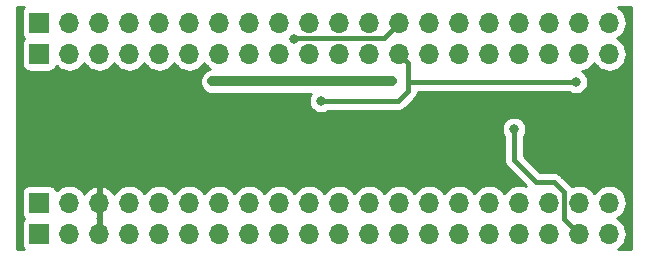
<source format=gbl>
G04 #@! TF.GenerationSoftware,KiCad,Pcbnew,(5.1.0)-1*
G04 #@! TF.CreationDate,2021-01-17T14:15:07+01:00*
G04 #@! TF.ProjectId,GTIA Fix,47544941-2046-4697-982e-6b696361645f,rev?*
G04 #@! TF.SameCoordinates,PX989b620PY8062360*
G04 #@! TF.FileFunction,Copper,L2,Bot*
G04 #@! TF.FilePolarity,Positive*
%FSLAX46Y46*%
G04 Gerber Fmt 4.6, Leading zero omitted, Abs format (unit mm)*
G04 Created by KiCad (PCBNEW (5.1.0)-1) date 2021-01-17 14:15:07*
%MOMM*%
%LPD*%
G04 APERTURE LIST*
%ADD10O,1.700000X1.700000*%
%ADD11R,1.700000X1.700000*%
%ADD12C,0.800000*%
%ADD13C,0.406400*%
%ADD14C,0.812800*%
%ADD15C,0.254000*%
G04 APERTURE END LIST*
D10*
X50800000Y2240000D03*
X48260000Y2240000D03*
X45720000Y2240000D03*
X43180000Y2240000D03*
X40640000Y2240000D03*
X38100000Y2240000D03*
X35560000Y2240000D03*
X33020000Y2240000D03*
X30480000Y2240000D03*
X27940000Y2240000D03*
X25400000Y2240000D03*
X22860000Y2240000D03*
X20320000Y2240000D03*
X17780000Y2240000D03*
X15240000Y2240000D03*
X12700000Y2240000D03*
X10160000Y2240000D03*
X7620000Y2240000D03*
X5080000Y2240000D03*
D11*
X2540000Y2240000D03*
D10*
X50800000Y20142200D03*
X48260000Y20142200D03*
X45720000Y20142200D03*
X43180000Y20142200D03*
X40640000Y20142200D03*
X38100000Y20142200D03*
X35560000Y20142200D03*
X33020000Y20142200D03*
X30480000Y20142200D03*
X27940000Y20142200D03*
X25400000Y20142200D03*
X22860000Y20142200D03*
X20320000Y20142200D03*
X17780000Y20142200D03*
X15240000Y20142200D03*
X12700000Y20142200D03*
X10160000Y20142200D03*
X7620000Y20142200D03*
X5080000Y20142200D03*
D11*
X2540000Y20142200D03*
D10*
X50800000Y4902200D03*
X48260000Y4902200D03*
X45720000Y4902200D03*
X43180000Y4902200D03*
X40640000Y4902200D03*
X38100000Y4902200D03*
X35560000Y4902200D03*
X33020000Y4902200D03*
X30480000Y4902200D03*
X27940000Y4902200D03*
X25400000Y4902200D03*
X22860000Y4902200D03*
X20320000Y4902200D03*
X17780000Y4902200D03*
X15240000Y4902200D03*
X12700000Y4902200D03*
X10160000Y4902200D03*
X7620000Y4902200D03*
X5080000Y4902200D03*
D11*
X2540000Y4902200D03*
D10*
X50800000Y17480000D03*
X48260000Y17480000D03*
X45720000Y17480000D03*
X43180000Y17480000D03*
X40640000Y17480000D03*
X38100000Y17480000D03*
X35560000Y17480000D03*
X33020000Y17480000D03*
X30480000Y17480000D03*
X27940000Y17480000D03*
X25400000Y17480000D03*
X22860000Y17480000D03*
X20320000Y17480000D03*
X17780000Y17480000D03*
X15240000Y17480000D03*
X12700000Y17480000D03*
X10160000Y17480000D03*
X7620000Y17480000D03*
X5080000Y17480000D03*
D11*
X2540000Y17480000D03*
D12*
X38996000Y12034000D03*
X24695800Y12338800D03*
X28582000Y11526000D03*
X22359000Y12338800D03*
X42080000Y12570000D03*
X2480000Y14820000D03*
X2480000Y12320000D03*
X5480000Y12320000D03*
X5480000Y14820000D03*
X8480000Y14820000D03*
X8480000Y12320000D03*
X51980000Y15320000D03*
X51980000Y10820000D03*
X49980000Y15320000D03*
X49980000Y12820000D03*
X48133000Y8615400D03*
X2480000Y9820000D03*
X5480000Y9820000D03*
X8480000Y9820000D03*
X14980000Y8820000D03*
X19980000Y8820000D03*
X31980000Y8820000D03*
X35480000Y8820000D03*
X31980000Y10820000D03*
X51980000Y12820000D03*
X44780200Y11404600D03*
X42722800Y11150600D03*
X47980000Y15120000D03*
X26390600Y13512800D03*
X24155400Y18770600D03*
X17170000Y15160000D03*
X18271800Y15158200D03*
X31521400Y15163800D03*
X32385000Y15163800D03*
D13*
X24695800Y12338800D02*
X22359000Y12338800D01*
X47410001Y3089999D02*
X48260000Y2240000D01*
X46990000Y3510000D02*
X47410001Y3089999D01*
X46990000Y4241800D02*
X46990000Y3510000D01*
X46952169Y4279631D02*
X46990000Y4241800D01*
X42722800Y8509000D02*
X44602400Y6629400D01*
X42722800Y11150600D02*
X42722800Y8509000D01*
X44602400Y6629400D02*
X46126400Y6629400D01*
X46126400Y6629400D02*
X46973201Y5782599D01*
X46973201Y5782599D02*
X46973201Y4300663D01*
X46973201Y4300663D02*
X46952169Y4279631D01*
X33782000Y16718000D02*
X33020000Y17480000D01*
X26390600Y13512800D02*
X32943800Y13512800D01*
X32943800Y13512800D02*
X33782000Y14351000D01*
X33902000Y15120000D02*
X33782000Y15240000D01*
X47980000Y15120000D02*
X33902000Y15120000D01*
X33782000Y14351000D02*
X33782000Y15240000D01*
X33782000Y15240000D02*
X33782000Y16718000D01*
X31699200Y18821400D02*
X33020000Y20142200D01*
X24155400Y18770600D02*
X24206200Y18821400D01*
X24206200Y18821400D02*
X31699200Y18821400D01*
D14*
X17171800Y15158200D02*
X17170000Y15160000D01*
X18271800Y15158200D02*
X17171800Y15158200D01*
X18271800Y15158200D02*
X31515800Y15158200D01*
X31515800Y15158200D02*
X31521400Y15163800D01*
X31521400Y15163800D02*
X32385000Y15163800D01*
D15*
G36*
X1159463Y21346694D02*
G01*
X1100498Y21236380D01*
X1064188Y21116682D01*
X1051928Y20992200D01*
X1051928Y19292200D01*
X1064188Y19167718D01*
X1100498Y19048020D01*
X1159463Y18937706D01*
X1238815Y18841015D01*
X1275267Y18811100D01*
X1238815Y18781185D01*
X1159463Y18684494D01*
X1100498Y18574180D01*
X1064188Y18454482D01*
X1051928Y18330000D01*
X1051928Y16630000D01*
X1064188Y16505518D01*
X1100498Y16385820D01*
X1159463Y16275506D01*
X1238815Y16178815D01*
X1335506Y16099463D01*
X1445820Y16040498D01*
X1565518Y16004188D01*
X1690000Y15991928D01*
X3390000Y15991928D01*
X3514482Y16004188D01*
X3634180Y16040498D01*
X3744494Y16099463D01*
X3841185Y16178815D01*
X3920537Y16275506D01*
X3979502Y16385820D01*
X4000393Y16454687D01*
X4024866Y16424866D01*
X4250986Y16239294D01*
X4508966Y16101401D01*
X4788889Y16016487D01*
X5007050Y15995000D01*
X5152950Y15995000D01*
X5371111Y16016487D01*
X5651034Y16101401D01*
X5909014Y16239294D01*
X6135134Y16424866D01*
X6320706Y16650986D01*
X6350000Y16705791D01*
X6379294Y16650986D01*
X6564866Y16424866D01*
X6790986Y16239294D01*
X7048966Y16101401D01*
X7328889Y16016487D01*
X7547050Y15995000D01*
X7692950Y15995000D01*
X7911111Y16016487D01*
X8191034Y16101401D01*
X8449014Y16239294D01*
X8675134Y16424866D01*
X8860706Y16650986D01*
X8890000Y16705791D01*
X8919294Y16650986D01*
X9104866Y16424866D01*
X9330986Y16239294D01*
X9588966Y16101401D01*
X9868889Y16016487D01*
X10087050Y15995000D01*
X10232950Y15995000D01*
X10451111Y16016487D01*
X10731034Y16101401D01*
X10989014Y16239294D01*
X11215134Y16424866D01*
X11400706Y16650986D01*
X11430000Y16705791D01*
X11459294Y16650986D01*
X11644866Y16424866D01*
X11870986Y16239294D01*
X12128966Y16101401D01*
X12408889Y16016487D01*
X12627050Y15995000D01*
X12772950Y15995000D01*
X12991111Y16016487D01*
X13271034Y16101401D01*
X13529014Y16239294D01*
X13755134Y16424866D01*
X13940706Y16650986D01*
X13970000Y16705791D01*
X13999294Y16650986D01*
X14184866Y16424866D01*
X14410986Y16239294D01*
X14668966Y16101401D01*
X14948889Y16016487D01*
X15167050Y15995000D01*
X15312950Y15995000D01*
X15531111Y16016487D01*
X15811034Y16101401D01*
X16069014Y16239294D01*
X16295134Y16424866D01*
X16480706Y16650986D01*
X16510000Y16705791D01*
X16539294Y16650986D01*
X16724866Y16424866D01*
X16950986Y16239294D01*
X17036970Y16193335D01*
X16965851Y16186330D01*
X16769545Y16126782D01*
X16588631Y16030081D01*
X16430057Y15899943D01*
X16299919Y15741369D01*
X16203218Y15560455D01*
X16143670Y15364149D01*
X16123563Y15160000D01*
X16143670Y14955851D01*
X16203218Y14759545D01*
X16299919Y14578631D01*
X16397450Y14459789D01*
X16399248Y14457991D01*
X16431857Y14418257D01*
X16590430Y14288119D01*
X16771346Y14191417D01*
X16967650Y14131869D01*
X17120648Y14116800D01*
X17120656Y14116800D01*
X17171800Y14111763D01*
X17222944Y14116800D01*
X25549396Y14116800D01*
X25473395Y14003056D01*
X25395374Y13814698D01*
X25355600Y13614739D01*
X25355600Y13410861D01*
X25395374Y13210902D01*
X25473395Y13022544D01*
X25586663Y12853026D01*
X25730826Y12708863D01*
X25900344Y12595595D01*
X26088702Y12517574D01*
X26288661Y12477800D01*
X26492539Y12477800D01*
X26692498Y12517574D01*
X26880856Y12595595D01*
X26999096Y12674600D01*
X32902637Y12674600D01*
X32943800Y12670546D01*
X32984963Y12674600D01*
X32984970Y12674600D01*
X33108116Y12686729D01*
X33266117Y12734658D01*
X33411732Y12812491D01*
X33539364Y12917236D01*
X33565611Y12949218D01*
X34345588Y13729195D01*
X34377564Y13755436D01*
X34482309Y13883068D01*
X34560142Y14028683D01*
X34608071Y14186684D01*
X34617439Y14281800D01*
X47371504Y14281800D01*
X47489744Y14202795D01*
X47678102Y14124774D01*
X47878061Y14085000D01*
X48081939Y14085000D01*
X48281898Y14124774D01*
X48470256Y14202795D01*
X48639774Y14316063D01*
X48783937Y14460226D01*
X48897205Y14629744D01*
X48975226Y14818102D01*
X49015000Y15018061D01*
X49015000Y15221939D01*
X48975226Y15421898D01*
X48897205Y15610256D01*
X48783937Y15779774D01*
X48639774Y15923937D01*
X48507667Y16012208D01*
X48551111Y16016487D01*
X48831034Y16101401D01*
X49089014Y16239294D01*
X49315134Y16424866D01*
X49500706Y16650986D01*
X49530000Y16705791D01*
X49559294Y16650986D01*
X49744866Y16424866D01*
X49970986Y16239294D01*
X50228966Y16101401D01*
X50508889Y16016487D01*
X50727050Y15995000D01*
X50872950Y15995000D01*
X51091111Y16016487D01*
X51371034Y16101401D01*
X51629014Y16239294D01*
X51855134Y16424866D01*
X52040706Y16650986D01*
X52178599Y16908966D01*
X52263513Y17188889D01*
X52292185Y17480000D01*
X52263513Y17771111D01*
X52178599Y18051034D01*
X52040706Y18309014D01*
X51855134Y18535134D01*
X51629014Y18720706D01*
X51459898Y18811100D01*
X51629014Y18901494D01*
X51855134Y19087066D01*
X52040706Y19313186D01*
X52178599Y19571166D01*
X52263513Y19851089D01*
X52292185Y20142200D01*
X52263513Y20433311D01*
X52178599Y20713234D01*
X52040706Y20971214D01*
X51855134Y21197334D01*
X51629014Y21382906D01*
X51525940Y21438000D01*
X52680000Y21438000D01*
X52680001Y939400D01*
X51516960Y939400D01*
X51629014Y999294D01*
X51855134Y1184866D01*
X52040706Y1410986D01*
X52178599Y1668966D01*
X52263513Y1948889D01*
X52292185Y2240000D01*
X52263513Y2531111D01*
X52178599Y2811034D01*
X52040706Y3069014D01*
X51855134Y3295134D01*
X51629014Y3480706D01*
X51459898Y3571100D01*
X51629014Y3661494D01*
X51855134Y3847066D01*
X52040706Y4073186D01*
X52178599Y4331166D01*
X52263513Y4611089D01*
X52292185Y4902200D01*
X52263513Y5193311D01*
X52178599Y5473234D01*
X52040706Y5731214D01*
X51855134Y5957334D01*
X51629014Y6142906D01*
X51371034Y6280799D01*
X51091111Y6365713D01*
X50872950Y6387200D01*
X50727050Y6387200D01*
X50508889Y6365713D01*
X50228966Y6280799D01*
X49970986Y6142906D01*
X49744866Y5957334D01*
X49559294Y5731214D01*
X49530000Y5676409D01*
X49500706Y5731214D01*
X49315134Y5957334D01*
X49089014Y6142906D01*
X48831034Y6280799D01*
X48551111Y6365713D01*
X48332950Y6387200D01*
X48187050Y6387200D01*
X47968889Y6365713D01*
X47688966Y6280799D01*
X47660956Y6265828D01*
X47568765Y6378163D01*
X47536789Y6404404D01*
X46748211Y7192982D01*
X46721964Y7224964D01*
X46594332Y7329709D01*
X46448717Y7407542D01*
X46290716Y7455471D01*
X46167570Y7467600D01*
X46167563Y7467600D01*
X46126400Y7471654D01*
X46085237Y7467600D01*
X44949594Y7467600D01*
X43561000Y8856193D01*
X43561000Y10542104D01*
X43640005Y10660344D01*
X43718026Y10848702D01*
X43757800Y11048661D01*
X43757800Y11252539D01*
X43718026Y11452498D01*
X43640005Y11640856D01*
X43526737Y11810374D01*
X43382574Y11954537D01*
X43213056Y12067805D01*
X43024698Y12145826D01*
X42824739Y12185600D01*
X42620861Y12185600D01*
X42420902Y12145826D01*
X42232544Y12067805D01*
X42063026Y11954537D01*
X41918863Y11810374D01*
X41805595Y11640856D01*
X41727574Y11452498D01*
X41687800Y11252539D01*
X41687800Y11048661D01*
X41727574Y10848702D01*
X41805595Y10660344D01*
X41884600Y10542104D01*
X41884601Y8550172D01*
X41880546Y8509000D01*
X41896729Y8344685D01*
X41944658Y8186684D01*
X41944659Y8186683D01*
X42022492Y8041068D01*
X42127237Y7913436D01*
X42159213Y7887194D01*
X43782341Y6264065D01*
X43751034Y6280799D01*
X43471111Y6365713D01*
X43252950Y6387200D01*
X43107050Y6387200D01*
X42888889Y6365713D01*
X42608966Y6280799D01*
X42350986Y6142906D01*
X42124866Y5957334D01*
X41939294Y5731214D01*
X41910000Y5676409D01*
X41880706Y5731214D01*
X41695134Y5957334D01*
X41469014Y6142906D01*
X41211034Y6280799D01*
X40931111Y6365713D01*
X40712950Y6387200D01*
X40567050Y6387200D01*
X40348889Y6365713D01*
X40068966Y6280799D01*
X39810986Y6142906D01*
X39584866Y5957334D01*
X39399294Y5731214D01*
X39370000Y5676409D01*
X39340706Y5731214D01*
X39155134Y5957334D01*
X38929014Y6142906D01*
X38671034Y6280799D01*
X38391111Y6365713D01*
X38172950Y6387200D01*
X38027050Y6387200D01*
X37808889Y6365713D01*
X37528966Y6280799D01*
X37270986Y6142906D01*
X37044866Y5957334D01*
X36859294Y5731214D01*
X36830000Y5676409D01*
X36800706Y5731214D01*
X36615134Y5957334D01*
X36389014Y6142906D01*
X36131034Y6280799D01*
X35851111Y6365713D01*
X35632950Y6387200D01*
X35487050Y6387200D01*
X35268889Y6365713D01*
X34988966Y6280799D01*
X34730986Y6142906D01*
X34504866Y5957334D01*
X34319294Y5731214D01*
X34290000Y5676409D01*
X34260706Y5731214D01*
X34075134Y5957334D01*
X33849014Y6142906D01*
X33591034Y6280799D01*
X33311111Y6365713D01*
X33092950Y6387200D01*
X32947050Y6387200D01*
X32728889Y6365713D01*
X32448966Y6280799D01*
X32190986Y6142906D01*
X31964866Y5957334D01*
X31779294Y5731214D01*
X31750000Y5676409D01*
X31720706Y5731214D01*
X31535134Y5957334D01*
X31309014Y6142906D01*
X31051034Y6280799D01*
X30771111Y6365713D01*
X30552950Y6387200D01*
X30407050Y6387200D01*
X30188889Y6365713D01*
X29908966Y6280799D01*
X29650986Y6142906D01*
X29424866Y5957334D01*
X29239294Y5731214D01*
X29210000Y5676409D01*
X29180706Y5731214D01*
X28995134Y5957334D01*
X28769014Y6142906D01*
X28511034Y6280799D01*
X28231111Y6365713D01*
X28012950Y6387200D01*
X27867050Y6387200D01*
X27648889Y6365713D01*
X27368966Y6280799D01*
X27110986Y6142906D01*
X26884866Y5957334D01*
X26699294Y5731214D01*
X26670000Y5676409D01*
X26640706Y5731214D01*
X26455134Y5957334D01*
X26229014Y6142906D01*
X25971034Y6280799D01*
X25691111Y6365713D01*
X25472950Y6387200D01*
X25327050Y6387200D01*
X25108889Y6365713D01*
X24828966Y6280799D01*
X24570986Y6142906D01*
X24344866Y5957334D01*
X24159294Y5731214D01*
X24130000Y5676409D01*
X24100706Y5731214D01*
X23915134Y5957334D01*
X23689014Y6142906D01*
X23431034Y6280799D01*
X23151111Y6365713D01*
X22932950Y6387200D01*
X22787050Y6387200D01*
X22568889Y6365713D01*
X22288966Y6280799D01*
X22030986Y6142906D01*
X21804866Y5957334D01*
X21619294Y5731214D01*
X21590000Y5676409D01*
X21560706Y5731214D01*
X21375134Y5957334D01*
X21149014Y6142906D01*
X20891034Y6280799D01*
X20611111Y6365713D01*
X20392950Y6387200D01*
X20247050Y6387200D01*
X20028889Y6365713D01*
X19748966Y6280799D01*
X19490986Y6142906D01*
X19264866Y5957334D01*
X19079294Y5731214D01*
X19050000Y5676409D01*
X19020706Y5731214D01*
X18835134Y5957334D01*
X18609014Y6142906D01*
X18351034Y6280799D01*
X18071111Y6365713D01*
X17852950Y6387200D01*
X17707050Y6387200D01*
X17488889Y6365713D01*
X17208966Y6280799D01*
X16950986Y6142906D01*
X16724866Y5957334D01*
X16539294Y5731214D01*
X16510000Y5676409D01*
X16480706Y5731214D01*
X16295134Y5957334D01*
X16069014Y6142906D01*
X15811034Y6280799D01*
X15531111Y6365713D01*
X15312950Y6387200D01*
X15167050Y6387200D01*
X14948889Y6365713D01*
X14668966Y6280799D01*
X14410986Y6142906D01*
X14184866Y5957334D01*
X13999294Y5731214D01*
X13970000Y5676409D01*
X13940706Y5731214D01*
X13755134Y5957334D01*
X13529014Y6142906D01*
X13271034Y6280799D01*
X12991111Y6365713D01*
X12772950Y6387200D01*
X12627050Y6387200D01*
X12408889Y6365713D01*
X12128966Y6280799D01*
X11870986Y6142906D01*
X11644866Y5957334D01*
X11459294Y5731214D01*
X11430000Y5676409D01*
X11400706Y5731214D01*
X11215134Y5957334D01*
X10989014Y6142906D01*
X10731034Y6280799D01*
X10451111Y6365713D01*
X10232950Y6387200D01*
X10087050Y6387200D01*
X9868889Y6365713D01*
X9588966Y6280799D01*
X9330986Y6142906D01*
X9104866Y5957334D01*
X8919294Y5731214D01*
X8884799Y5666677D01*
X8815178Y5783555D01*
X8620269Y5999788D01*
X8386920Y6173841D01*
X8124099Y6299025D01*
X7976890Y6343676D01*
X7747000Y6222355D01*
X7747000Y5029200D01*
X7767000Y5029200D01*
X7767000Y4775200D01*
X7747000Y4775200D01*
X7747000Y3582045D01*
X7767740Y3571100D01*
X7747000Y3560155D01*
X7747000Y2367000D01*
X7767000Y2367000D01*
X7767000Y2113000D01*
X7747000Y2113000D01*
X7747000Y2093000D01*
X7493000Y2093000D01*
X7493000Y2113000D01*
X7473000Y2113000D01*
X7473000Y2367000D01*
X7493000Y2367000D01*
X7493000Y3560155D01*
X7472260Y3571100D01*
X7493000Y3582045D01*
X7493000Y4775200D01*
X7473000Y4775200D01*
X7473000Y5029200D01*
X7493000Y5029200D01*
X7493000Y6222355D01*
X7263110Y6343676D01*
X7115901Y6299025D01*
X6853080Y6173841D01*
X6619731Y5999788D01*
X6424822Y5783555D01*
X6355201Y5666677D01*
X6320706Y5731214D01*
X6135134Y5957334D01*
X5909014Y6142906D01*
X5651034Y6280799D01*
X5371111Y6365713D01*
X5152950Y6387200D01*
X5007050Y6387200D01*
X4788889Y6365713D01*
X4508966Y6280799D01*
X4250986Y6142906D01*
X4024866Y5957334D01*
X4000393Y5927513D01*
X3979502Y5996380D01*
X3920537Y6106694D01*
X3841185Y6203385D01*
X3744494Y6282737D01*
X3634180Y6341702D01*
X3514482Y6378012D01*
X3390000Y6390272D01*
X1690000Y6390272D01*
X1565518Y6378012D01*
X1445820Y6341702D01*
X1335506Y6282737D01*
X1238815Y6203385D01*
X1159463Y6106694D01*
X1100498Y5996380D01*
X1064188Y5876682D01*
X1051928Y5752200D01*
X1051928Y4052200D01*
X1064188Y3927718D01*
X1100498Y3808020D01*
X1159463Y3697706D01*
X1238815Y3601015D01*
X1275267Y3571100D01*
X1238815Y3541185D01*
X1159463Y3444494D01*
X1100498Y3334180D01*
X1064188Y3214482D01*
X1051928Y3090000D01*
X1051928Y1390000D01*
X1064188Y1265518D01*
X1100498Y1145820D01*
X1159463Y1035506D01*
X1238335Y939400D01*
X660000Y939400D01*
X660000Y21438000D01*
X1234396Y21438000D01*
X1159463Y21346694D01*
X1159463Y21346694D01*
G37*
X1159463Y21346694D02*
X1100498Y21236380D01*
X1064188Y21116682D01*
X1051928Y20992200D01*
X1051928Y19292200D01*
X1064188Y19167718D01*
X1100498Y19048020D01*
X1159463Y18937706D01*
X1238815Y18841015D01*
X1275267Y18811100D01*
X1238815Y18781185D01*
X1159463Y18684494D01*
X1100498Y18574180D01*
X1064188Y18454482D01*
X1051928Y18330000D01*
X1051928Y16630000D01*
X1064188Y16505518D01*
X1100498Y16385820D01*
X1159463Y16275506D01*
X1238815Y16178815D01*
X1335506Y16099463D01*
X1445820Y16040498D01*
X1565518Y16004188D01*
X1690000Y15991928D01*
X3390000Y15991928D01*
X3514482Y16004188D01*
X3634180Y16040498D01*
X3744494Y16099463D01*
X3841185Y16178815D01*
X3920537Y16275506D01*
X3979502Y16385820D01*
X4000393Y16454687D01*
X4024866Y16424866D01*
X4250986Y16239294D01*
X4508966Y16101401D01*
X4788889Y16016487D01*
X5007050Y15995000D01*
X5152950Y15995000D01*
X5371111Y16016487D01*
X5651034Y16101401D01*
X5909014Y16239294D01*
X6135134Y16424866D01*
X6320706Y16650986D01*
X6350000Y16705791D01*
X6379294Y16650986D01*
X6564866Y16424866D01*
X6790986Y16239294D01*
X7048966Y16101401D01*
X7328889Y16016487D01*
X7547050Y15995000D01*
X7692950Y15995000D01*
X7911111Y16016487D01*
X8191034Y16101401D01*
X8449014Y16239294D01*
X8675134Y16424866D01*
X8860706Y16650986D01*
X8890000Y16705791D01*
X8919294Y16650986D01*
X9104866Y16424866D01*
X9330986Y16239294D01*
X9588966Y16101401D01*
X9868889Y16016487D01*
X10087050Y15995000D01*
X10232950Y15995000D01*
X10451111Y16016487D01*
X10731034Y16101401D01*
X10989014Y16239294D01*
X11215134Y16424866D01*
X11400706Y16650986D01*
X11430000Y16705791D01*
X11459294Y16650986D01*
X11644866Y16424866D01*
X11870986Y16239294D01*
X12128966Y16101401D01*
X12408889Y16016487D01*
X12627050Y15995000D01*
X12772950Y15995000D01*
X12991111Y16016487D01*
X13271034Y16101401D01*
X13529014Y16239294D01*
X13755134Y16424866D01*
X13940706Y16650986D01*
X13970000Y16705791D01*
X13999294Y16650986D01*
X14184866Y16424866D01*
X14410986Y16239294D01*
X14668966Y16101401D01*
X14948889Y16016487D01*
X15167050Y15995000D01*
X15312950Y15995000D01*
X15531111Y16016487D01*
X15811034Y16101401D01*
X16069014Y16239294D01*
X16295134Y16424866D01*
X16480706Y16650986D01*
X16510000Y16705791D01*
X16539294Y16650986D01*
X16724866Y16424866D01*
X16950986Y16239294D01*
X17036970Y16193335D01*
X16965851Y16186330D01*
X16769545Y16126782D01*
X16588631Y16030081D01*
X16430057Y15899943D01*
X16299919Y15741369D01*
X16203218Y15560455D01*
X16143670Y15364149D01*
X16123563Y15160000D01*
X16143670Y14955851D01*
X16203218Y14759545D01*
X16299919Y14578631D01*
X16397450Y14459789D01*
X16399248Y14457991D01*
X16431857Y14418257D01*
X16590430Y14288119D01*
X16771346Y14191417D01*
X16967650Y14131869D01*
X17120648Y14116800D01*
X17120656Y14116800D01*
X17171800Y14111763D01*
X17222944Y14116800D01*
X25549396Y14116800D01*
X25473395Y14003056D01*
X25395374Y13814698D01*
X25355600Y13614739D01*
X25355600Y13410861D01*
X25395374Y13210902D01*
X25473395Y13022544D01*
X25586663Y12853026D01*
X25730826Y12708863D01*
X25900344Y12595595D01*
X26088702Y12517574D01*
X26288661Y12477800D01*
X26492539Y12477800D01*
X26692498Y12517574D01*
X26880856Y12595595D01*
X26999096Y12674600D01*
X32902637Y12674600D01*
X32943800Y12670546D01*
X32984963Y12674600D01*
X32984970Y12674600D01*
X33108116Y12686729D01*
X33266117Y12734658D01*
X33411732Y12812491D01*
X33539364Y12917236D01*
X33565611Y12949218D01*
X34345588Y13729195D01*
X34377564Y13755436D01*
X34482309Y13883068D01*
X34560142Y14028683D01*
X34608071Y14186684D01*
X34617439Y14281800D01*
X47371504Y14281800D01*
X47489744Y14202795D01*
X47678102Y14124774D01*
X47878061Y14085000D01*
X48081939Y14085000D01*
X48281898Y14124774D01*
X48470256Y14202795D01*
X48639774Y14316063D01*
X48783937Y14460226D01*
X48897205Y14629744D01*
X48975226Y14818102D01*
X49015000Y15018061D01*
X49015000Y15221939D01*
X48975226Y15421898D01*
X48897205Y15610256D01*
X48783937Y15779774D01*
X48639774Y15923937D01*
X48507667Y16012208D01*
X48551111Y16016487D01*
X48831034Y16101401D01*
X49089014Y16239294D01*
X49315134Y16424866D01*
X49500706Y16650986D01*
X49530000Y16705791D01*
X49559294Y16650986D01*
X49744866Y16424866D01*
X49970986Y16239294D01*
X50228966Y16101401D01*
X50508889Y16016487D01*
X50727050Y15995000D01*
X50872950Y15995000D01*
X51091111Y16016487D01*
X51371034Y16101401D01*
X51629014Y16239294D01*
X51855134Y16424866D01*
X52040706Y16650986D01*
X52178599Y16908966D01*
X52263513Y17188889D01*
X52292185Y17480000D01*
X52263513Y17771111D01*
X52178599Y18051034D01*
X52040706Y18309014D01*
X51855134Y18535134D01*
X51629014Y18720706D01*
X51459898Y18811100D01*
X51629014Y18901494D01*
X51855134Y19087066D01*
X52040706Y19313186D01*
X52178599Y19571166D01*
X52263513Y19851089D01*
X52292185Y20142200D01*
X52263513Y20433311D01*
X52178599Y20713234D01*
X52040706Y20971214D01*
X51855134Y21197334D01*
X51629014Y21382906D01*
X51525940Y21438000D01*
X52680000Y21438000D01*
X52680001Y939400D01*
X51516960Y939400D01*
X51629014Y999294D01*
X51855134Y1184866D01*
X52040706Y1410986D01*
X52178599Y1668966D01*
X52263513Y1948889D01*
X52292185Y2240000D01*
X52263513Y2531111D01*
X52178599Y2811034D01*
X52040706Y3069014D01*
X51855134Y3295134D01*
X51629014Y3480706D01*
X51459898Y3571100D01*
X51629014Y3661494D01*
X51855134Y3847066D01*
X52040706Y4073186D01*
X52178599Y4331166D01*
X52263513Y4611089D01*
X52292185Y4902200D01*
X52263513Y5193311D01*
X52178599Y5473234D01*
X52040706Y5731214D01*
X51855134Y5957334D01*
X51629014Y6142906D01*
X51371034Y6280799D01*
X51091111Y6365713D01*
X50872950Y6387200D01*
X50727050Y6387200D01*
X50508889Y6365713D01*
X50228966Y6280799D01*
X49970986Y6142906D01*
X49744866Y5957334D01*
X49559294Y5731214D01*
X49530000Y5676409D01*
X49500706Y5731214D01*
X49315134Y5957334D01*
X49089014Y6142906D01*
X48831034Y6280799D01*
X48551111Y6365713D01*
X48332950Y6387200D01*
X48187050Y6387200D01*
X47968889Y6365713D01*
X47688966Y6280799D01*
X47660956Y6265828D01*
X47568765Y6378163D01*
X47536789Y6404404D01*
X46748211Y7192982D01*
X46721964Y7224964D01*
X46594332Y7329709D01*
X46448717Y7407542D01*
X46290716Y7455471D01*
X46167570Y7467600D01*
X46167563Y7467600D01*
X46126400Y7471654D01*
X46085237Y7467600D01*
X44949594Y7467600D01*
X43561000Y8856193D01*
X43561000Y10542104D01*
X43640005Y10660344D01*
X43718026Y10848702D01*
X43757800Y11048661D01*
X43757800Y11252539D01*
X43718026Y11452498D01*
X43640005Y11640856D01*
X43526737Y11810374D01*
X43382574Y11954537D01*
X43213056Y12067805D01*
X43024698Y12145826D01*
X42824739Y12185600D01*
X42620861Y12185600D01*
X42420902Y12145826D01*
X42232544Y12067805D01*
X42063026Y11954537D01*
X41918863Y11810374D01*
X41805595Y11640856D01*
X41727574Y11452498D01*
X41687800Y11252539D01*
X41687800Y11048661D01*
X41727574Y10848702D01*
X41805595Y10660344D01*
X41884600Y10542104D01*
X41884601Y8550172D01*
X41880546Y8509000D01*
X41896729Y8344685D01*
X41944658Y8186684D01*
X41944659Y8186683D01*
X42022492Y8041068D01*
X42127237Y7913436D01*
X42159213Y7887194D01*
X43782341Y6264065D01*
X43751034Y6280799D01*
X43471111Y6365713D01*
X43252950Y6387200D01*
X43107050Y6387200D01*
X42888889Y6365713D01*
X42608966Y6280799D01*
X42350986Y6142906D01*
X42124866Y5957334D01*
X41939294Y5731214D01*
X41910000Y5676409D01*
X41880706Y5731214D01*
X41695134Y5957334D01*
X41469014Y6142906D01*
X41211034Y6280799D01*
X40931111Y6365713D01*
X40712950Y6387200D01*
X40567050Y6387200D01*
X40348889Y6365713D01*
X40068966Y6280799D01*
X39810986Y6142906D01*
X39584866Y5957334D01*
X39399294Y5731214D01*
X39370000Y5676409D01*
X39340706Y5731214D01*
X39155134Y5957334D01*
X38929014Y6142906D01*
X38671034Y6280799D01*
X38391111Y6365713D01*
X38172950Y6387200D01*
X38027050Y6387200D01*
X37808889Y6365713D01*
X37528966Y6280799D01*
X37270986Y6142906D01*
X37044866Y5957334D01*
X36859294Y5731214D01*
X36830000Y5676409D01*
X36800706Y5731214D01*
X36615134Y5957334D01*
X36389014Y6142906D01*
X36131034Y6280799D01*
X35851111Y6365713D01*
X35632950Y6387200D01*
X35487050Y6387200D01*
X35268889Y6365713D01*
X34988966Y6280799D01*
X34730986Y6142906D01*
X34504866Y5957334D01*
X34319294Y5731214D01*
X34290000Y5676409D01*
X34260706Y5731214D01*
X34075134Y5957334D01*
X33849014Y6142906D01*
X33591034Y6280799D01*
X33311111Y6365713D01*
X33092950Y6387200D01*
X32947050Y6387200D01*
X32728889Y6365713D01*
X32448966Y6280799D01*
X32190986Y6142906D01*
X31964866Y5957334D01*
X31779294Y5731214D01*
X31750000Y5676409D01*
X31720706Y5731214D01*
X31535134Y5957334D01*
X31309014Y6142906D01*
X31051034Y6280799D01*
X30771111Y6365713D01*
X30552950Y6387200D01*
X30407050Y6387200D01*
X30188889Y6365713D01*
X29908966Y6280799D01*
X29650986Y6142906D01*
X29424866Y5957334D01*
X29239294Y5731214D01*
X29210000Y5676409D01*
X29180706Y5731214D01*
X28995134Y5957334D01*
X28769014Y6142906D01*
X28511034Y6280799D01*
X28231111Y6365713D01*
X28012950Y6387200D01*
X27867050Y6387200D01*
X27648889Y6365713D01*
X27368966Y6280799D01*
X27110986Y6142906D01*
X26884866Y5957334D01*
X26699294Y5731214D01*
X26670000Y5676409D01*
X26640706Y5731214D01*
X26455134Y5957334D01*
X26229014Y6142906D01*
X25971034Y6280799D01*
X25691111Y6365713D01*
X25472950Y6387200D01*
X25327050Y6387200D01*
X25108889Y6365713D01*
X24828966Y6280799D01*
X24570986Y6142906D01*
X24344866Y5957334D01*
X24159294Y5731214D01*
X24130000Y5676409D01*
X24100706Y5731214D01*
X23915134Y5957334D01*
X23689014Y6142906D01*
X23431034Y6280799D01*
X23151111Y6365713D01*
X22932950Y6387200D01*
X22787050Y6387200D01*
X22568889Y6365713D01*
X22288966Y6280799D01*
X22030986Y6142906D01*
X21804866Y5957334D01*
X21619294Y5731214D01*
X21590000Y5676409D01*
X21560706Y5731214D01*
X21375134Y5957334D01*
X21149014Y6142906D01*
X20891034Y6280799D01*
X20611111Y6365713D01*
X20392950Y6387200D01*
X20247050Y6387200D01*
X20028889Y6365713D01*
X19748966Y6280799D01*
X19490986Y6142906D01*
X19264866Y5957334D01*
X19079294Y5731214D01*
X19050000Y5676409D01*
X19020706Y5731214D01*
X18835134Y5957334D01*
X18609014Y6142906D01*
X18351034Y6280799D01*
X18071111Y6365713D01*
X17852950Y6387200D01*
X17707050Y6387200D01*
X17488889Y6365713D01*
X17208966Y6280799D01*
X16950986Y6142906D01*
X16724866Y5957334D01*
X16539294Y5731214D01*
X16510000Y5676409D01*
X16480706Y5731214D01*
X16295134Y5957334D01*
X16069014Y6142906D01*
X15811034Y6280799D01*
X15531111Y6365713D01*
X15312950Y6387200D01*
X15167050Y6387200D01*
X14948889Y6365713D01*
X14668966Y6280799D01*
X14410986Y6142906D01*
X14184866Y5957334D01*
X13999294Y5731214D01*
X13970000Y5676409D01*
X13940706Y5731214D01*
X13755134Y5957334D01*
X13529014Y6142906D01*
X13271034Y6280799D01*
X12991111Y6365713D01*
X12772950Y6387200D01*
X12627050Y6387200D01*
X12408889Y6365713D01*
X12128966Y6280799D01*
X11870986Y6142906D01*
X11644866Y5957334D01*
X11459294Y5731214D01*
X11430000Y5676409D01*
X11400706Y5731214D01*
X11215134Y5957334D01*
X10989014Y6142906D01*
X10731034Y6280799D01*
X10451111Y6365713D01*
X10232950Y6387200D01*
X10087050Y6387200D01*
X9868889Y6365713D01*
X9588966Y6280799D01*
X9330986Y6142906D01*
X9104866Y5957334D01*
X8919294Y5731214D01*
X8884799Y5666677D01*
X8815178Y5783555D01*
X8620269Y5999788D01*
X8386920Y6173841D01*
X8124099Y6299025D01*
X7976890Y6343676D01*
X7747000Y6222355D01*
X7747000Y5029200D01*
X7767000Y5029200D01*
X7767000Y4775200D01*
X7747000Y4775200D01*
X7747000Y3582045D01*
X7767740Y3571100D01*
X7747000Y3560155D01*
X7747000Y2367000D01*
X7767000Y2367000D01*
X7767000Y2113000D01*
X7747000Y2113000D01*
X7747000Y2093000D01*
X7493000Y2093000D01*
X7493000Y2113000D01*
X7473000Y2113000D01*
X7473000Y2367000D01*
X7493000Y2367000D01*
X7493000Y3560155D01*
X7472260Y3571100D01*
X7493000Y3582045D01*
X7493000Y4775200D01*
X7473000Y4775200D01*
X7473000Y5029200D01*
X7493000Y5029200D01*
X7493000Y6222355D01*
X7263110Y6343676D01*
X7115901Y6299025D01*
X6853080Y6173841D01*
X6619731Y5999788D01*
X6424822Y5783555D01*
X6355201Y5666677D01*
X6320706Y5731214D01*
X6135134Y5957334D01*
X5909014Y6142906D01*
X5651034Y6280799D01*
X5371111Y6365713D01*
X5152950Y6387200D01*
X5007050Y6387200D01*
X4788889Y6365713D01*
X4508966Y6280799D01*
X4250986Y6142906D01*
X4024866Y5957334D01*
X4000393Y5927513D01*
X3979502Y5996380D01*
X3920537Y6106694D01*
X3841185Y6203385D01*
X3744494Y6282737D01*
X3634180Y6341702D01*
X3514482Y6378012D01*
X3390000Y6390272D01*
X1690000Y6390272D01*
X1565518Y6378012D01*
X1445820Y6341702D01*
X1335506Y6282737D01*
X1238815Y6203385D01*
X1159463Y6106694D01*
X1100498Y5996380D01*
X1064188Y5876682D01*
X1051928Y5752200D01*
X1051928Y4052200D01*
X1064188Y3927718D01*
X1100498Y3808020D01*
X1159463Y3697706D01*
X1238815Y3601015D01*
X1275267Y3571100D01*
X1238815Y3541185D01*
X1159463Y3444494D01*
X1100498Y3334180D01*
X1064188Y3214482D01*
X1051928Y3090000D01*
X1051928Y1390000D01*
X1064188Y1265518D01*
X1100498Y1145820D01*
X1159463Y1035506D01*
X1238335Y939400D01*
X660000Y939400D01*
X660000Y21438000D01*
X1234396Y21438000D01*
X1159463Y21346694D01*
M02*

</source>
